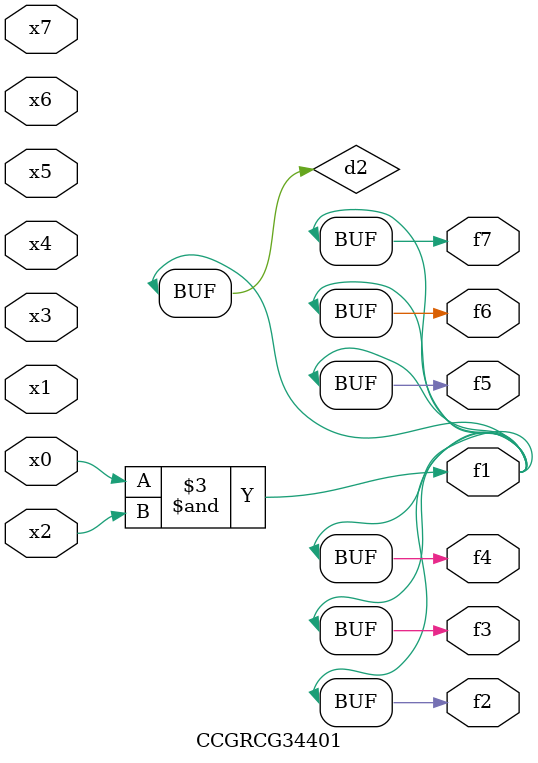
<source format=v>
module CCGRCG34401(
	input x0, x1, x2, x3, x4, x5, x6, x7,
	output f1, f2, f3, f4, f5, f6, f7
);

	wire d1, d2;

	nor (d1, x3, x6);
	and (d2, x0, x2);
	assign f1 = d2;
	assign f2 = d2;
	assign f3 = d2;
	assign f4 = d2;
	assign f5 = d2;
	assign f6 = d2;
	assign f7 = d2;
endmodule

</source>
